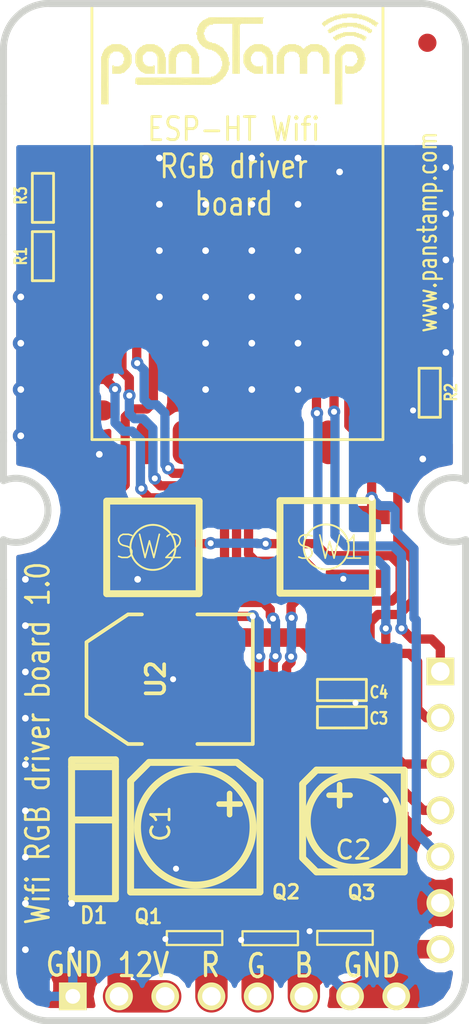
<source format=kicad_pcb>
(kicad_pcb (version 4) (host pcbnew 0.201601211448+6504~42~ubuntu14.04.1-product)
  (title_block (title "RGB driver board for ESP8266") (date 2015-12-05) (rev 1.0) (company panStamp))
  (layers (0 Front signal) (1 Ground power) (2 Power power) (31 Back signal) (34 B.Paste user) (35 F.Paste user) (36 B.SilkS user) (37 F.SilkS user) (38 B.Mask user) (39 F.Mask user) (44 Edge.Cuts user))
  (net 0 "")
  (net 1 +12V)
  (net 2 /BLUE_CH)
  (net 3 /BLUE_PWR)
  (net 4 /GREEN_PWR)
  (net 5 /RED_PWR)
  (net 6 /RESET)
  (net 7 GND)
  (net 8 VCC)
  (net 9 "Net-(C1-Pad1)")
  (net 10 /RXD)
  (net 11 /TXD)
  (net 12 /GPIO15)
  (net 13 /GPIO0)
  (net 14 /GPIO12)
  (net 15 "Net-(R1-Pad1)")
  (net 16 "Net-(U1-Pad9)")
  (net 17 "Net-(U1-Pad10)")
  (net 18 "Net-(U1-Pad11)")
  (net 19 "Net-(U1-Pad12)")
  (net 20 "Net-(U1-Pad13)")
  (net 21 "Net-(U1-Pad14)")
  (net 22 /ADC)
  (net 23 /GPIO16)
  (net 24 /GPIO2)
  (net 25 /GPIO4)
  (net 26 /GPIO5)
  (net 27 /GPIO13)
  (module myconnectors:PIN_ARRAY_7x1 (layer Front) (at 140.9192 115.5446 270)
    (fp_text reference PROG1 hide)
    (fp_text value CONN_01X07 hide)
    (pad 1 thru_hole rect (at -7.62 0 270) (size 1.524 1.524) (drill 1.016) (layers *.Cu *.Mask F.SilkS) (net 10 /RXD))
    (pad 2 thru_hole circle (at -5.08 0 270) (size 1.524 1.524) (drill 1.016) (layers *.Cu *.Mask F.SilkS) (net 11 /TXD))
    (pad 3 thru_hole circle (at -2.54 0 270) (size 1.524 1.524) (drill 1.016) (layers *.Cu *.Mask F.SilkS) (net 12 /GPIO15))
    (pad 4 thru_hole circle (at 0 0 270) (size 1.524 1.524) (drill 1.016) (layers *.Cu *.Mask F.SilkS) (net 6 /RESET))
    (pad 5 thru_hole circle (at 2.54 0 270) (size 1.524 1.524) (drill 1.016) (layers *.Cu *.Mask F.SilkS) (net 13 /GPIO0))
    (pad 6 thru_hole circle (at 5.08 0 270) (size 1.524 1.524) (drill 1.016) (layers *.Cu *.Mask F.SilkS) (net 7 GND))
    (pad 7 thru_hole circle (at 7.62 0 270) (size 1.524 1.524) (drill 1.016) (layers *.Cu *.Mask F.SilkS) (net 8 VCC))
  )
  (module SM0603S (layer Front) (at 135.509 110.4392)
    (fp_text reference C3 (at 2.032 0.0635) (layer F.SilkS) (effects (font (size 0.635 0.508) (thickness 0.127))))
    (fp_text value 1u hide)
    (pad 2 smd rect (at 0.7493 0) (size 0.7874 0.762) (layers Front F.Paste F.Mask) (net 7 GND))
    (pad 1 smd rect (at -0.7493 0) (size 0.7874 0.762) (layers Front F.Paste F.Mask) (net 8 VCC))
  )
  (module SM0603S (layer Front) (at 135.509 108.9406)
    (fp_text reference C4 (at 2.032 0.127) (layer F.SilkS) (effects (font (size 0.635 0.508) (thickness 0.127))))
    (fp_text value 100n hide)
    (pad 2 smd rect (at 0.7493 0) (size 0.7874 0.762) (layers Front F.Paste F.Mask) (net 7 GND))
    (pad 1 smd rect (at -0.7493 0) (size 0.7874 0.762) (layers Front F.Paste F.Mask) (net 8 VCC))
  )
  (module SOT223 (layer Front) (at 126.04 108.35 90)
    (fp_text reference U2 (at 0 -0.762 90) (layer F.SilkS) (effects (font (size 1.016 1.016) (thickness 0.2032))))
    (fp_text value UA78M33 hide)
    (pad 4 smd rect (at 0 -3.302 90) (size 3.6576 2.032) (layers Front F.Paste F.Mask) (net 7 GND))
    (pad 2 smd rect (at 0 3.302 90) (size 1.016 2.032) (layers Front F.Paste F.Mask) (net 7 GND))
    (pad 3 smd rect (at 2.286 3.302 90) (size 1.016 2.032) (layers Front F.Paste F.Mask) (net 8 VCC))
    (pad 1 smd rect (at -2.286 3.302 90) (size 1.016 2.032) (layers Front F.Paste F.Mask) (net 9 "Net-(C1-Pad1)"))
  )
  (module SOT23GDS (layer Front) (at 127.41 122.55)
    (fp_text reference Q1 (at -2.54 -1.18 180) (layer F.SilkS) (effects (font (size 0.762 0.762) (thickness 0.1524))))
    (fp_text value MOS_N hide)
    (pad S smd rect (at -0.889 -1.016) (size 0.9144 0.9144) (layers Front F.Paste F.Mask) (net 7 GND))
    (pad G smd rect (at 0.889 -1.016) (size 0.9144 0.9144) (layers Front F.Paste F.Mask) (net 27 /GPIO13))
    (pad D smd rect (at 0 1.016) (size 0.9144 0.9144) (layers Front F.Paste F.Mask) (net 5 /RED_PWR))
  )
  (module SOT23GDS (layer Front) (at 131.57 122.56)
    (fp_text reference Q2 (at 0.87 -2.54 180) (layer F.SilkS) (effects (font (size 0.762 0.762) (thickness 0.1524))))
    (fp_text value MOS_N hide)
    (pad S smd rect (at -0.889 -1.016) (size 0.9144 0.9144) (layers Front F.Paste F.Mask) (net 7 GND))
    (pad G smd rect (at 0.889 -1.016) (size 0.9144 0.9144) (layers Front F.Paste F.Mask) (net 14 /GPIO12))
    (pad D smd rect (at 0 1.016) (size 0.9144 0.9144) (layers Front F.Paste F.Mask) (net 4 /GREEN_PWR))
  )
  (module SOT23GDS (layer Front) (at 135.68 122.54)
    (fp_text reference Q3 (at 0.91 -2.49 180) (layer F.SilkS) (effects (font (size 0.762 0.762) (thickness 0.1524))))
    (fp_text value MOS_N hide)
    (pad S smd rect (at -0.889 -1.016) (size 0.9144 0.9144) (layers Front F.Paste F.Mask) (net 7 GND))
    (pad G smd rect (at 0.889 -1.016) (size 0.9144 0.9144) (layers Front F.Paste F.Mask) (net 2 /BLUE_CH))
    (pad D smd rect (at 0 1.016) (size 0.9144 0.9144) (layers Front F.Paste F.Mask) (net 3 /BLUE_PWR))
  )
  (module SMA (layer Front) (at 121.92 116.58 90)
    (fp_text reference D1 (at -4.7304 -0.0508 180) (layer F.SilkS) (effects (font (size 0.889 0.762) (thickness 0.1524))))
    (fp_text value DIODESCH hide)
    (pad 1 smd rect (at -1.99898 0 90) (size 2.50952 1.70942) (layers Front F.Paste F.Mask) (net 1 +12V))
    (pad 2 smd rect (at 1.99898 0 90) (size 2.50952 1.70942) (layers Front F.Paste F.Mask) (net 9 "Net-(C1-Pad1)"))
  )
  (module SMDCPOL_5 (layer Front) (at 136.144 116.1288)
    (fp_text reference C2 (at 0 1.5875) (layer F.SilkS) (effects (font (size 1.016 1.016) (thickness 0.1524))))
    (fp_text value 22u hide)
    (fp_text user + (at -0.762 -1.524) (layer F.SilkS) (effects (font (thickness 0.3048))))
    (pad 1 smd rect (at -1.778 0) (size 2.49936 1.00076) (layers Front F.Paste F.Mask) (net 8 VCC))
    (pad 2 smd rect (at 1.778 0) (size 2.49936 1.00076) (layers Front F.Paste F.Mask) (net 7 GND))
  )
  (module SMDCPOL_6.3 (layer Front) (at 127.45 116.47 270)
    (fp_text reference C1 (at -0.1905 1.905 270) (layer F.SilkS) (effects (font (size 1.016 1.016) (thickness 0.1524))))
    (fp_text value 47u hide)
    (fp_text user + (at -1.27 -1.778 270) (layer F.SilkS) (effects (font (thickness 0.3048))))
    (pad 2 smd rect (at 2.286 0 270) (size 2.79908 1.00076) (layers Front F.Paste F.Mask) (net 7 GND))
    (pad 1 smd rect (at -2.286 0 270) (size 2.79908 1.00076) (layers Front F.Paste F.Mask) (net 9 "Net-(C1-Pad1)"))
  )
  (module myconnectors:PIN_ARRAY_8X1 (layer Front) (at 129.60784 125.75002)
    (fp_text reference P3 hide)
    (fp_text value CONN_8 hide)
    (pad 1 thru_hole rect (at -8.89 0) (size 1.524 1.524) (drill 0.8128) (layers *.Cu *.Mask F.SilkS) (net 7 GND))
    (pad 2 thru_hole circle (at -6.35 0) (size 1.524 1.524) (drill 1.016) (layers *.Cu *.Mask F.SilkS) (net 1 +12V))
    (pad 3 thru_hole circle (at -3.81 0) (size 1.524 1.524) (drill 1.016) (layers *.Cu *.Mask F.SilkS) (net 1 +12V))
    (pad 4 thru_hole circle (at -1.27 0) (size 1.524 1.524) (drill 1.016) (layers *.Cu *.Mask F.SilkS) (net 5 /RED_PWR))
    (pad 5 thru_hole circle (at 1.27 0) (size 1.524 1.524) (drill 1.016) (layers *.Cu *.Mask F.SilkS) (net 4 /GREEN_PWR))
    (pad 6 thru_hole circle (at 3.81 0) (size 1.524 1.524) (drill 1.016) (layers *.Cu *.Mask F.SilkS) (net 3 /BLUE_PWR))
    (pad 7 thru_hole circle (at 6.35 0) (size 1.524 1.524) (drill 1.016) (layers *.Cu *.Mask F.SilkS) (net 7 GND))
    (pad 8 thru_hole circle (at 8.89 0) (size 1.524 1.524) (drill 1.016) (layers *.Cu *.Mask F.SilkS) (net 7 GND))
  )
  (module old_mymods:PANSTAMPLOGO (layer Front) (at 122.2756 71.5264)
    (fp_text reference G*** hide)
    (fp_text value PANSTAMPLOGO hide)
  )
  (module mymods:fiducial (layer Front) (at 118.63 125.21)
    (fp_text reference fiducial hide)
    (fp_text value VAL** hide)
    (pad 1 smd circle (at 0 0) (size 1 1) (layers Front F.Mask) (clearance 0.5))
  )
  (module mysmd:SM0603S (layer Front) (at 119.0752 85.1408 270)
    (fp_text reference R1 (at 0 1.2192 270) (layer F.SilkS) (effects (font (size 0.635 0.508) (thickness 0.127))))
    (fp_text value 10k hide)
    (pad 2 smd rect (at 0.7493 0 270) (size 0.7874 0.762) (layers Front F.Paste F.Mask) (net 8 VCC))
    (pad 1 smd rect (at -0.7493 0 270) (size 0.7874 0.762) (layers Front F.Paste F.Mask) (net 15 "Net-(R1-Pad1)"))
  )
  (module mysmd:SM0603S (layer Front) (at 140.335 92.6338 90)
    (fp_text reference R2 (at 0.0254 1.1684 90) (layer F.SilkS) (effects (font (size 0.635 0.508) (thickness 0.127))))
    (fp_text value 10k hide)
    (pad 2 smd rect (at 0.7493 0 90) (size 0.7874 0.762) (layers Front F.Paste F.Mask) (net 12 /GPIO15))
    (pad 1 smd rect (at -0.7493 0 90) (size 0.7874 0.762) (layers Front F.Paste F.Mask) (net 7 GND))
  )
  (module mysmd:SM0603S (layer Front) (at 119.0752 81.9404 270)
    (fp_text reference R3 (at -0.127 1.2192 270) (layer F.SilkS) (effects (font (size 0.635 0.508) (thickness 0.127))))
    (fp_text value 10k hide)
    (pad 2 smd rect (at 0.7493 0 270) (size 0.7874 0.762) (layers Front F.Paste F.Mask) (net 8 VCC))
    (pad 1 smd rect (at -0.7493 0 270) (size 0.7874 0.762) (layers Front F.Paste F.Mask) (net 6 /RESET))
  )
  (module mysmd:switch-tact-noah (layer Front) (at 134.6454 101.092 180)
    (fp_text reference SW1 (at -0.1905 -0.03048 180) (layer F.SilkS) (effects (font (size 1.27 1.27) (thickness 0.0889))))
    (fp_text value SW_PUSH_SMALL hide)
    (pad 1 smd rect (at -2.49936 -1.75006 180) (size 1.99898 1.00076) (layers Front F.Paste F.Mask) (net 7 GND))
    (pad 3 smd rect (at 2.49936 -1.75006 180) (size 1.99898 1.00076) (layers Front F.Paste F.Mask))
    (pad 2 smd rect (at -2.49936 1.75006 180) (size 1.99898 1.00076) (layers Front F.Paste F.Mask) (net 13 /GPIO0))
    (pad 4 smd rect (at 2.49936 1.75006 180) (size 1.99898 1.00076) (layers Front F.Paste F.Mask))
  )
  (module mysmd:switch-tact-noah (layer Front) (at 125.1204 101.1174)
    (fp_text reference SW2 (at -0.1905 -0.03048) (layer F.SilkS) (effects (font (size 1.27 1.27) (thickness 0.0889))))
    (fp_text value SW_PUSH_SMALL hide)
    (pad 1 smd rect (at -2.49936 -1.75006) (size 1.99898 1.00076) (layers Front F.Paste F.Mask) (net 6 /RESET))
    (pad 3 smd rect (at 2.49936 -1.75006) (size 1.99898 1.00076) (layers Front F.Paste F.Mask))
    (pad 2 smd rect (at -2.49936 1.75006) (size 1.99898 1.00076) (layers Front F.Paste F.Mask) (net 7 GND))
    (pad 4 smd rect (at 2.49936 1.75006) (size 1.99898 1.00076) (layers Front F.Paste F.Mask))
  )
  (module mysmd:ESP-12E (layer Front) (at 121.7676 79.6036)
    (fp_text reference U1 hide)
    (fp_text value ESP-12E hide)
    (pad 9 smd oval (at 2.99 15.75 90) (size 2.4 1.1) (layers Front F.Paste F.Mask) (net 16 "Net-(U1-Pad9)"))
    (pad 10 smd oval (at 4.99 15.75 90) (size 2.4 1.1) (layers Front F.Paste F.Mask) (net 17 "Net-(U1-Pad10)"))
    (pad 11 smd oval (at 6.99 15.75 90) (size 2.4 1.1) (layers Front F.Paste F.Mask) (net 18 "Net-(U1-Pad11)"))
    (pad 12 smd oval (at 8.99 15.75 90) (size 2.4 1.1) (layers Front F.Paste F.Mask) (net 19 "Net-(U1-Pad12)"))
    (pad 13 smd oval (at 10.99 15.75 90) (size 2.4 1.1) (layers Front F.Paste F.Mask) (net 20 "Net-(U1-Pad13)"))
    (pad 14 smd oval (at 12.99 15.75 90) (size 2.4 1.1) (layers Front F.Paste F.Mask) (net 21 "Net-(U1-Pad14)"))
    (pad 1 smd rect (at 0 0) (size 2.4 1.1) (layers Front F.Paste F.Mask) (net 6 /RESET))
    (pad 2 smd oval (at 0 2) (size 2.4 1.1) (layers Front F.Paste F.Mask) (net 22 /ADC))
    (pad 3 smd oval (at 0 4) (size 2.4 1.1) (layers Front F.Paste F.Mask) (net 15 "Net-(R1-Pad1)"))
    (pad 4 smd oval (at 0 6) (size 2.4 1.1) (layers Front F.Paste F.Mask) (net 23 /GPIO16))
    (pad 5 smd oval (at 0 8) (size 2.4 1.1) (layers Front F.Paste F.Mask) (net 2 /BLUE_CH))
    (pad 6 smd oval (at 0 10) (size 2.4 1.1) (layers Front F.Paste F.Mask) (net 14 /GPIO12))
    (pad 7 smd oval (at 0 12) (size 2.4 1.1) (layers Front F.Paste F.Mask) (net 27 /GPIO13))
    (pad 8 smd oval (at 0 14) (size 2.4 1.1) (layers Front F.Paste F.Mask) (net 8 VCC))
    (pad 15 smd oval (at 16 14) (size 2.4 1.1) (layers Front F.Paste F.Mask) (net 7 GND))
    (pad 16 smd oval (at 16 12) (size 2.4 1.1) (layers Front F.Paste F.Mask) (net 12 /GPIO15))
    (pad 17 smd oval (at 16 10) (size 2.4 1.1) (layers Front F.Paste F.Mask) (net 24 /GPIO2))
    (pad 18 smd oval (at 16 8) (size 2.4 1.1) (layers Front F.Paste F.Mask) (net 13 /GPIO0))
    (pad 19 smd oval (at 16 6) (size 2.4 1.1) (layers Front F.Paste F.Mask) (net 25 /GPIO4))
    (pad 20 smd oval (at 16 4) (size 2.4 1.1) (layers Front F.Paste F.Mask) (net 26 /GPIO5))
    (pad 21 smd oval (at 16 2) (size 2.4 1.1) (layers Front F.Paste F.Mask) (net 10 /RXD))
    (pad 22 smd oval (at 16 0) (size 2.4 1.1) (layers Front F.Paste F.Mask) (net 11 /TXD))
  )
  (module mymods:fiducial (layer Front) (at 140.208 73.4314)
    (fp_text reference fiducial hide)
    (fp_text value VAL** hide)
    (pad 1 smd circle (at 0 0) (size 1 1) (layers Front F.Mask) (clearance 0.5))
  )
  (gr_text "Wifi RGB driver board 1.0" (at 118.7958 111.8616 90) (layer F.SilkS) (effects (font (size 1.27 1.016) (thickness 0.1524))))
  (gr_text "ESP-HT Wifi\nRGB driver\nboard" (at 129.5654 80.2132) (layer F.SilkS) (effects (font (size 1.27 1.016) (thickness 0.1524))))
  (gr_text R (at 128.28 124.03) (layer F.SilkS) (effects (font (size 1.27 1.016) (thickness 0.1778))))
  (gr_text GND (at 137.16 124.05) (layer F.SilkS) (effects (font (size 1.27 1.016) (thickness 0.1778))))
  (gr_text GND (at 120.8 124.01) (layer F.SilkS) (effects (font (size 1.27 1.016) (thickness 0.1778))))
  (gr_text B (at 133.42 124.05) (layer F.SilkS) (effects (font (size 1.27 1.016) (thickness 0.1778))))
  (gr_text G (at 130.8 124.09) (layer F.SilkS) (effects (font (size 1.27 1.016) (thickness 0.1778))))
  (gr_text 12V (at 124.6 124.03) (layer F.SilkS) (effects (font (size 1.27 1.016) (thickness 0.1778))))
  (gr_line (start 142.30784 73.77654) (end 142.3053 73.77654) (angle 90) (layer Edge.Cuts) (width 0.381))
  (gr_line (start 142.30784 76.31654) (end 142.30784 73.77654) (angle 90) (layer Edge.Cuts) (width 0.381))
  (gr_line (start 116.90784 73.78924) (end 116.9053 73.78924) (angle 90) (layer Edge.Cuts) (width 0.381))
  (gr_line (start 116.90784 76.3267) (end 116.90784 73.78924) (angle 90) (layer Edge.Cuts) (width 0.381))
  (gr_arc (start 141.6322 99.05716) (end 142.31292 100.68784) (angle 225.5) (layer Edge.Cuts) (width 0.381))
  (gr_arc (start 117.59364 99.08256) (end 116.90784 97.46204) (angle 225) (layer Edge.Cuts) (width 0.381))
  (gr_line (start 116.90784 100.69038) (end 116.91038 100.69038) (angle 90) (layer Edge.Cuts) (width 0.381))
  (gr_line (start 116.90784 102.89256) (end 116.90784 100.69038) (angle 90) (layer Edge.Cuts) (width 0.381))
  (gr_line (start 116.90784 95.2243) (end 116.90784 97.46204) (angle 90) (layer Edge.Cuts) (width 0.381))
  (gr_line (start 142.30784 100.698) (end 142.3053 100.698) (angle 90) (layer Edge.Cuts) (width 0.381))
  (gr_line (start 142.30784 102.8189) (end 142.30784 100.698) (angle 90) (layer Edge.Cuts) (width 0.381))
  (gr_line (start 142.30784 97.4595) (end 142.30276 97.4595) (angle 90) (layer Edge.Cuts) (width 0.381))
  (gr_line (start 142.30784 95.34114) (end 142.30784 97.4595) (angle 90) (layer Edge.Cuts) (width 0.381))
  (gr_line (start 116.90772 103.36008) (end 116.90772 102.87008) (angle 90) (layer Edge.Cuts) (width 0.381))
  (gr_line (start 116.90772 94.79008) (end 116.90772 95.31008) (angle 90) (layer Edge.Cuts) (width 0.381))
  (gr_line (start 142.30772 94.86008) (end 142.30772 95.33008) (angle 90) (layer Edge.Cuts) (width 0.381))
  (gr_line (start 142.30772 103.39008) (end 142.30772 102.81008) (angle 90) (layer Edge.Cuts) (width 0.381))
  (gr_line (start 142.30772 83.95008) (end 142.30772 94.84008) (angle 90) (layer Edge.Cuts) (width 0.381))
  (gr_line (start 142.30772 103.80008) (end 142.30772 103.40008) (angle 90) (layer Edge.Cuts) (width 0.381))
  (gr_line (start 116.90772 83.97008) (end 116.90772 94.82008) (angle 90) (layer Edge.Cuts) (width 0.381))
  (gr_line (start 116.90772 103.85008) (end 116.90772 103.37008) (angle 90) (layer Edge.Cuts) (width 0.381))
  (gr_line (start 142.30772 124.51008) (end 142.30772 103.82008) (angle 90) (layer Edge.Cuts) (width 0.381))
  (gr_line (start 116.90772 103.88008) (end 116.90772 124.98008) (angle 90) (layer Edge.Cuts) (width 0.381))
  (gr_line (start 142.30772 76.31008) (end 142.30772 76.85008) (angle 90) (layer Edge.Cuts) (width 0.381))
  (gr_line (start 116.90772 76.31008) (end 116.90772 76.80008) (angle 90) (layer Edge.Cuts) (width 0.381))
  (gr_line (start 116.90772 124.62008) (end 116.90772 124.94008) (angle 90) (layer Edge.Cuts) (width 0.381))
  (gr_line (start 142.30772 124.94008) (end 142.29772 124.94008) (angle 90) (layer Edge.Cuts) (width 0.381))
  (gr_line (start 142.30772 124.53008) (end 142.30772 124.94008) (angle 90) (layer Edge.Cuts) (width 0.381))
  (gr_line (start 116.90772 83.95008) (end 116.90772 76.79008) (angle 90) (layer Edge.Cuts) (width 0.381))
  (gr_line (start 142.30772 83.95008) (end 142.30772 76.81008) (angle 90) (layer Edge.Cuts) (width 0.381))
  (gr_text www.panstamp.com (at 140.208 83.82 90) (layer F.SilkS) (effects (font (size 1.016 0.762) (thickness 0.127))))
  (gr_line (start 119.43772 71.28008) (end 139.79772 71.28008) (angle 90) (layer Edge.Cuts) (width 0.381))
  (gr_arc (start 139.81772 73.76538) (end 139.81772 71.27538) (angle 90) (layer Edge.Cuts) (width 0.381))
  (gr_arc (start 119.40772 73.77538) (end 116.90772 73.77538) (angle 90) (layer Edge.Cuts) (width 0.381))
  (gr_line (start 139.80772 127.09008) (end 119.39772 127.09008) (angle 90) (layer Edge.Cuts) (width 0.381))
  (gr_arc (start 139.81026 124.5929) (end 142.31026 124.5929) (angle 90) (layer Edge.Cuts) (width 0.381))
  (gr_arc (start 119.40772 124.5929) (end 119.40772 127.0929) (angle 90) (layer Edge.Cuts) (width 0.381))
  (segment (start 121.92 118.57898) (end 121.92 118.89) (width 1.27) (layer Front) (net 1))
  (segment (start 121.92 118.89) (end 123.25784 120.22784) (width 1.27) (layer Front) (net 1))
  (segment (start 123.25784 120.22784) (end 123.25784 125.75002) (width 1.27) (layer Front) (net 1))
  (segment (start 125.79784 125.75002) (end 123.25784 125.75002) (width 1.778) (layer Front) (net 1))
  (segment (start 124.2314 90.17) (end 124.2314 89.6874) (width 0.508) (layer Front) (net 2))
  (segment (start 123.698 88.138) (end 123.1636 87.6036) (width 0.508) (layer Front) (net 2))
  (segment (start 123.698 89.154) (end 123.698 88.138) (width 0.508) (layer Front) (net 2))
  (segment (start 124.2314 89.6874) (end 123.698 89.154) (width 0.508) (layer Front) (net 2))
  (segment (start 125.780802 94.5896) (end 125.780802 93.751402) (width 0.508) (layer Back) (net 2))
  (segment (start 125.3236 93.2942) (end 124.9172 93.2942) (width 0.508) (layer Back) (net 2))
  (segment (start 125.780802 93.751402) (end 125.3236 93.2942) (width 0.508) (layer Back) (net 2))
  (segment (start 132.47 109.99) (end 132.47 107.6616) (width 0.508) (layer Front) (net 2))
  (segment (start 123.1636 87.6036) (end 121.7676 87.6036) (width 0.508) (layer Front) (net 2))
  (segment (start 124.2314 90.9828) (end 124.2314 90.17) (width 0.508) (layer Front) (net 2))
  (segment (start 124.2568 91.0082) (end 124.2314 90.9828) (width 0.508) (layer Front) (net 2))
  (via (at 124.2568 91.0082) (size 0.6858) (drill 0.3302) (layers Front Back) (net 2))
  (segment (start 124.6378 91.3892) (end 124.2568 91.0082) (width 0.508) (layer Back) (net 2))
  (segment (start 124.6378 93.0148) (end 124.6378 91.3892) (width 0.508) (layer Back) (net 2))
  (segment (start 124.9172 93.2942) (end 124.6378 93.0148) (width 0.508) (layer Back) (net 2))
  (segment (start 125.780802 96.596202) (end 125.780802 94.5896) (width 0.508) (layer Back) (net 2))
  (segment (start 125.9586 96.774) (end 125.780802 96.596202) (width 0.508) (layer Back) (net 2))
  (via (at 125.9586 96.774) (size 0.6858) (drill 0.3302) (layers Front Back) (net 2))
  (segment (start 126.238 97.0534) (end 125.9586 96.774) (width 0.508) (layer Front) (net 2))
  (segment (start 129.8194 97.0534) (end 126.238 97.0534) (width 0.508) (layer Front) (net 2))
  (segment (start 130.378204 97.612204) (end 129.8194 97.0534) (width 0.508) (layer Front) (net 2))
  (segment (start 130.378204 101.4984) (end 130.378204 97.612204) (width 0.508) (layer Front) (net 2))
  (segment (start 130.759204 101.8794) (end 130.378204 101.4984) (width 0.508) (layer Front) (net 2))
  (segment (start 133.477 101.8794) (end 130.759204 101.8794) (width 0.508) (layer Front) (net 2))
  (segment (start 133.858 102.2604) (end 133.477 101.8794) (width 0.508) (layer Front) (net 2))
  (segment (start 133.858 103.632) (end 133.858 102.2604) (width 0.508) (layer Front) (net 2))
  (segment (start 133.5532 103.9368) (end 133.858 103.632) (width 0.508) (layer Front) (net 2))
  (segment (start 133.096 103.9368) (end 133.5532 103.9368) (width 0.508) (layer Front) (net 2))
  (segment (start 132.715 104.3178) (end 133.096 103.9368) (width 0.508) (layer Front) (net 2))
  (segment (start 132.715 104.9528) (end 132.715 104.3178) (width 0.508) (layer Front) (net 2))
  (segment (start 132.7404 104.9782) (end 132.715 104.9528) (width 0.508) (layer Front) (net 2))
  (via (at 132.7404 104.9782) (size 0.6858) (drill 0.3302) (layers Front Back) (net 2))
  (segment (start 132.7404 106.5784) (end 132.7404 104.9782) (width 0.508) (layer Back) (net 2))
  (segment (start 132.715 106.6038) (end 132.7404 106.5784) (width 0.508) (layer Back) (net 2))
  (segment (start 132.715 107.1118) (end 132.715 106.6038) (width 0.508) (layer Back) (net 2))
  (via (at 132.715 107.1118) (size 0.6858) (drill 0.3302) (layers Front Back) (net 2))
  (segment (start 132.715 107.4166) (end 132.715 107.1118) (width 0.508) (layer Front) (net 2))
  (segment (start 132.47 107.6616) (end 132.715 107.4166) (width 0.508) (layer Front) (net 2))
  (segment (start 136.569 121.524) (end 136.569 120.779) (width 0.508) (layer Front) (net 2))
  (segment (start 132.47 119.69) (end 132.47 109.99) (width 0.508) (layer Front) (net 2))
  (segment (start 133.07 120.29) (end 132.47 119.69) (width 0.508) (layer Front) (net 2))
  (segment (start 136.08 120.29) (end 133.07 120.29) (width 0.508) (layer Front) (net 2))
  (segment (start 136.569 120.779) (end 136.08 120.29) (width 0.508) (layer Front) (net 2))
  (segment (start 134.634 123.556) (end 135.68 123.556) (width 1.778) (layer Front) (net 3))
  (segment (start 133.41784 124.77216) (end 134.634 123.556) (width 1.778) (layer Front) (net 3))
  (segment (start 133.41784 125.75002) (end 133.41784 124.77216) (width 1.778) (layer Front) (net 3))
  (segment (start 130.87784 124.26816) (end 131.57 123.576) (width 1.778) (layer Front) (net 4))
  (segment (start 130.87784 125.75002) (end 130.87784 124.26816) (width 1.778) (layer Front) (net 4))
  (segment (start 127.41 123.566) (end 127.6 123.566) (width 1.778) (layer Front) (net 5))
  (segment (start 127.6 123.566) (end 127.61 123.556) (width 1.778) (layer Front) (net 5))
  (segment (start 127.61 123.556) (end 127.41 123.566) (width 1.778) (layer Front) (net 5))
  (segment (start 127.61 123.556) (end 127.61 123.59) (width 1.778) (layer Front) (net 5))
  (segment (start 127.61 123.59) (end 128.33784 124.31784) (width 1.778) (layer Front) (net 5))
  (segment (start 128.33784 124.31784) (end 128.33784 125.75002) (width 1.778) (layer Front) (net 5))
  (segment (start 125.1458 89.662) (end 125.1458 89.433398) (width 0.508) (layer Front) (net 6))
  (segment (start 124.46 87.122) (end 124.333 87.122) (width 0.508) (layer Front) (net 6))
  (segment (start 124.46 88.747598) (end 124.46 87.122) (width 0.508) (layer Front) (net 6))
  (segment (start 125.1458 89.433398) (end 124.46 88.747598) (width 0.508) (layer Front) (net 6))
  (segment (start 124.333 87.122) (end 124.333 80.137) (width 0.508) (layer Front) (net 6))
  (segment (start 123.7996 79.6036) (end 121.7676 79.6036) (width 0.508) (layer Front) (net 6))
  (segment (start 124.333 80.137) (end 123.7996 79.6036) (width 0.508) (layer Front) (net 6))
  (segment (start 122.7836 79.6036) (end 121.7676 79.6036) (width 0.508) (layer Front) (net 6))
  (segment (start 138.2522 104.0638) (end 136.9822 104.0638) (width 0.508) (layer Front) (net 6))
  (segment (start 136.398 107.569) (end 137.2108 108.3818) (width 0.508) (layer Front) (net 6))
  (segment (start 136.398 104.648) (end 136.398 107.569) (width 0.508) (layer Front) (net 6))
  (segment (start 136.9822 104.0638) (end 136.398 104.648) (width 0.508) (layer Front) (net 6))
  (segment (start 138.7094 103.378) (end 138.7094 103.6066) (width 0.508) (layer Front) (net 6))
  (segment (start 138.7094 103.6066) (end 138.2522 104.0638) (width 0.508) (layer Front) (net 6))
  (segment (start 138.7094 113.9698) (end 138.7094 113.7666) (width 0.508) (layer Front) (net 6))
  (segment (start 137.2108 112.6236) (end 137.2108 108.3818) (width 0.508) (layer Front) (net 6))
  (segment (start 137.8458 113.2586) (end 137.2108 112.6236) (width 0.508) (layer Front) (net 6))
  (segment (start 138.2014 113.2586) (end 137.8458 113.2586) (width 0.508) (layer Front) (net 6))
  (segment (start 138.7094 113.7666) (end 138.2014 113.2586) (width 0.508) (layer Front) (net 6))
  (segment (start 138.7094 113.9698) (end 138.7094 114.2746) (width 0.508) (layer Front) (net 6))
  (segment (start 138.7094 114.2746) (end 139.5222 115.0874) (width 0.508) (layer Front) (net 6))
  (segment (start 140.9192 115.5446) (end 139.9794 115.5446) (width 0.508) (layer Front) (net 6))
  (segment (start 139.9794 115.5446) (end 139.5222 115.0874) (width 0.508) (layer Front) (net 6))
  (segment (start 138.7094 102.9462) (end 138.7094 103.378) (width 0.508) (layer Front) (net 6))
  (segment (start 138.7094 102.9462) (end 138.7094 102.0826) (width 0.508) (layer Front) (net 6))
  (segment (start 138.7094 102.0826) (end 138.2014 101.5746) (width 0.508) (layer Front) (net 6))
  (segment (start 138.2014 101.5746) (end 134.6962 101.5746) (width 0.508) (layer Front) (net 6))
  (segment (start 134.6962 101.5746) (end 134.0358 100.9142) (width 0.508) (layer Front) (net 6))
  (segment (start 134.0358 100.9142) (end 131.318 100.9142) (width 0.508) (layer Front) (net 6))
  (via (at 131.318 100.9142) (size 0.6858) (drill 0.3302) (layers Front Back) (net 6))
  (segment (start 131.318 100.9142) (end 130.8608 100.9142) (width 0.508) (layer Back) (net 6))
  (segment (start 130.8608 100.9142) (end 130.8354 100.8888) (width 0.508) (layer Back) (net 6))
  (segment (start 130.8354 100.8888) (end 128.2954 100.8888) (width 0.508) (layer Back) (net 6))
  (via (at 128.2954 100.8888) (size 0.6858) (drill 0.3302) (layers Front Back) (net 6))
  (segment (start 128.2954 100.8888) (end 128.27 100.9142) (width 0.508) (layer Front) (net 6))
  (segment (start 128.27 100.9142) (end 123.1138 100.9142) (width 0.508) (layer Front) (net 6))
  (segment (start 123.1138 100.9142) (end 122.62104 100.42144) (width 0.508) (layer Front) (net 6))
  (segment (start 122.62104 100.42144) (end 122.62104 99.36734) (width 0.508) (layer Front) (net 6))
  (segment (start 124.0282 93.5228) (end 123.5964 93.9546) (width 0.508) (layer Front) (net 6))
  (segment (start 124.7902 93.5228) (end 124.0282 93.5228) (width 0.508) (layer Front) (net 6))
  (segment (start 125.1458 93.1672) (end 124.7902 93.5228) (width 0.508) (layer Front) (net 6))
  (segment (start 125.1458 89.662) (end 125.1458 93.1672) (width 0.508) (layer Front) (net 6))
  (segment (start 122.9868 98.298) (end 122.9868 99.00158) (width 0.508) (layer Front) (net 6))
  (segment (start 123.5964 97.6884) (end 122.9868 98.298) (width 0.508) (layer Front) (net 6))
  (segment (start 123.5964 93.9546) (end 123.5964 97.6884) (width 0.508) (layer Front) (net 6))
  (segment (start 122.9868 99.00158) (end 122.62104 99.36734) (width 0.508) (layer Front) (net 6))
  (segment (start 119.0752 81.1911) (end 119.0752 80.0354) (width 0.508) (layer Front) (net 6))
  (segment (start 119.0752 80.0354) (end 119.507 79.6036) (width 0.508) (layer Front) (net 6))
  (segment (start 119.507 79.6036) (end 121.7676 79.6036) (width 0.508) (layer Front) (net 6))
  (segment (start 117.856 94.996) (end 117.856 95.504) (width 0.508) (layer Back) (net 7))
  (via (at 117.856 94.996) (size 0.8763) (drill 0.3683) (layers Front Back) (net 7))
  (segment (start 117.856 92.456) (end 117.856 89.916) (width 0.508) (layer Back) (net 7))
  (via (at 117.856 89.916) (size 0.8763) (drill 0.3683) (layers Front Back) (net 7))
  (segment (start 125.476 87.376) (end 117.856 87.376) (width 0.508) (layer Back) (net 7))
  (via (at 125.476 87.376) (size 0.8763) (drill 0.3683) (layers Front Back) (net 7))
  (via (at 117.856 87.376) (size 0.8763) (drill 0.3683) (layers Front Back) (net 7))
  (segment (start 117.856 89.916) (end 117.856 87.376) (width 0.508) (layer Back) (net 7))
  (via (at 117.856 92.456) (size 0.8763) (drill 0.3683) (layers Front Back) (net 7))
  (segment (start 117.856 94.996) (end 117.856 92.456) (width 0.508) (layer Back) (net 7))
  (segment (start 122.174 96.012) (end 122.428 96.012) (width 0.508) (layer Front) (net 7))
  (via (at 122.174 96.012) (size 0.8763) (drill 0.3683) (layers Front Back) (net 7))
  (segment (start 118.364 96.012) (end 122.174 96.012) (width 0.508) (layer Back) (net 7))
  (segment (start 117.856 95.504) (end 118.364 96.012) (width 0.508) (layer Back) (net 7))
  (segment (start 139.4206 93.6036) (end 139.4206 95.7326) (width 0.508) (layer Back) (net 7))
  (via (at 139.954 96.266) (size 0.8763) (drill 0.3683) (layers Front Back) (net 7))
  (segment (start 139.4206 95.7326) (end 139.954 96.266) (width 0.508) (layer Back) (net 7))
  (segment (start 133.096 92.456) (end 130.556 92.456) (width 0.508) (layer Back) (net 7))
  (via (at 130.556 92.456) (size 0.8763) (drill 0.3683) (layers Front Back) (net 7))
  (segment (start 128.016 92.456) (end 128.016 89.916) (width 0.508) (layer Back) (net 7))
  (via (at 128.016 89.916) (size 0.8763) (drill 0.3683) (layers Front Back) (net 7))
  (segment (start 130.556 89.916) (end 133.096 89.916) (width 0.508) (layer Back) (net 7))
  (via (at 133.096 89.916) (size 0.8763) (drill 0.3683) (layers Front Back) (net 7))
  (segment (start 133.096 87.376) (end 130.556 87.376) (width 0.508) (layer Back) (net 7))
  (via (at 130.556 87.376) (size 0.8763) (drill 0.3683) (layers Front Back) (net 7))
  (segment (start 128.016 87.376) (end 125.476 87.376) (width 0.508) (layer Back) (net 7))
  (segment (start 125.476 84.836) (end 128.016 84.836) (width 0.508) (layer Back) (net 7))
  (via (at 128.016 84.836) (size 0.8763) (drill 0.3683) (layers Front Back) (net 7))
  (segment (start 130.556 84.836) (end 133.096 84.836) (width 0.508) (layer Back) (net 7))
  (via (at 133.096 84.836) (size 0.8763) (drill 0.3683) (layers Front Back) (net 7))
  (segment (start 133.096 82.296) (end 130.556 82.296) (width 0.508) (layer Back) (net 7))
  (via (at 130.556 82.296) (size 0.8763) (drill 0.3683) (layers Front Back) (net 7))
  (segment (start 128.016 82.296) (end 125.476 82.296) (width 0.508) (layer Back) (net 7))
  (via (at 125.476 82.296) (size 0.8763) (drill 0.3683) (layers Front Back) (net 7))
  (segment (start 125.476 79.756) (end 128.016 79.756) (width 0.508) (layer Back) (net 7))
  (via (at 128.016 79.756) (size 0.8763) (drill 0.3683) (layers Front Back) (net 7))
  (segment (start 130.556 79.756) (end 133.096 79.756) (width 0.508) (layer Back) (net 7))
  (segment (start 133.858 80.518) (end 133.096 79.756) (width 0.508) (layer Back) (net 7))
  (via (at 133.096 79.756) (size 0.8763) (drill 0.3683) (layers Front Back) (net 7))
  (segment (start 141.224 80.264) (end 135.636 80.264) (width 0.508) (layer Back) (net 7))
  (via (at 141.224 80.264) (size 0.8763) (drill 0.3683) (layers Front Back) (net 7))
  (segment (start 141.224 82.804) (end 141.224 85.344) (width 0.508) (layer Back) (net 7))
  (via (at 141.224 85.344) (size 0.8763) (drill 0.3683) (layers Front Back) (net 7))
  (segment (start 141.224 87.884) (end 141.224 90.424) (width 0.508) (layer Back) (net 7))
  (segment (start 140.5844 93.6036) (end 141.224 92.964) (width 0.508) (layer Back) (net 7))
  (segment (start 141.224 92.964) (end 141.224 90.424) (width 0.508) (layer Back) (net 7))
  (via (at 141.224 90.424) (size 0.8763) (drill 0.3683) (layers Front Back) (net 7))
  (segment (start 140.5844 93.6036) (end 139.4206 93.6036) (width 0.508) (layer Back) (net 7))
  (via (at 141.224 87.884) (size 0.8763) (drill 0.3683) (layers Front Back) (net 7))
  (segment (start 141.224 85.344) (end 141.224 87.884) (width 0.508) (layer Back) (net 7))
  (via (at 141.224 82.804) (size 0.8763) (drill 0.3683) (layers Front Back) (net 7))
  (segment (start 141.224 80.264) (end 141.224 82.804) (width 0.508) (layer Back) (net 7))
  (via (at 135.382 80.518) (size 0.8763) (drill 0.3683) (layers Front Back) (net 7))
  (segment (start 135.636 80.264) (end 135.382 80.518) (width 0.508) (layer Back) (net 7))
  (segment (start 135.382 80.518) (end 133.858 80.518) (width 0.508) (layer Back) (net 7))
  (via (at 130.556 79.756) (size 0.8763) (drill 0.3683) (layers Front Back) (net 7))
  (segment (start 128.016 79.756) (end 130.556 79.756) (width 0.508) (layer Back) (net 7))
  (via (at 125.476 79.756) (size 0.8763) (drill 0.3683) (layers Front Back) (net 7))
  (segment (start 125.476 82.296) (end 125.476 79.756) (width 0.508) (layer Back) (net 7))
  (via (at 128.016 82.296) (size 0.8763) (drill 0.3683) (layers Front Back) (net 7))
  (segment (start 130.556 82.296) (end 128.016 82.296) (width 0.508) (layer Back) (net 7))
  (via (at 133.096 82.296) (size 0.8763) (drill 0.3683) (layers Front Back) (net 7))
  (segment (start 133.096 84.836) (end 133.096 82.296) (width 0.508) (layer Back) (net 7))
  (via (at 130.556 84.836) (size 0.8763) (drill 0.3683) (layers Front Back) (net 7))
  (segment (start 128.016 84.836) (end 130.556 84.836) (width 0.508) (layer Back) (net 7))
  (via (at 125.476 84.836) (size 0.8763) (drill 0.3683) (layers Front Back) (net 7))
  (segment (start 125.476 87.376) (end 125.476 84.836) (width 0.508) (layer Back) (net 7))
  (via (at 128.016 87.376) (size 0.8763) (drill 0.3683) (layers Front Back) (net 7))
  (segment (start 130.556 87.376) (end 128.016 87.376) (width 0.508) (layer Back) (net 7))
  (via (at 133.096 87.376) (size 0.8763) (drill 0.3683) (layers Front Back) (net 7))
  (segment (start 133.096 89.916) (end 133.096 87.376) (width 0.508) (layer Back) (net 7))
  (via (at 130.556 89.916) (size 0.8763) (drill 0.3683) (layers Front Back) (net 7))
  (segment (start 128.016 89.916) (end 130.556 89.916) (width 0.508) (layer Back) (net 7))
  (via (at 128.016 92.456) (size 0.8763) (drill 0.3683) (layers Front Back) (net 7))
  (segment (start 130.556 92.456) (end 128.016 92.456) (width 0.508) (layer Back) (net 7))
  (via (at 133.096 92.456) (size 0.8763) (drill 0.3683) (layers Front Back) (net 7))
  (via (at 120.65 120.65) (size 0.8763) (drill 0.3683) (layers Front Back) (net 7))
  (segment (start 120.65 123.19) (end 118.11 123.19) (width 0.508) (layer Back) (net 7))
  (via (at 118.11 123.19) (size 0.8763) (drill 0.3683) (layers Front Back) (net 7))
  (segment (start 118.11 120.65) (end 118.11 118.11) (width 0.508) (layer Back) (net 7))
  (via (at 118.11 118.11) (size 0.8763) (drill 0.3683) (layers Front Back) (net 7))
  (segment (start 118.11 115.57) (end 118.11 113.03) (width 0.508) (layer Back) (net 7))
  (via (at 118.11 113.03) (size 0.8763) (drill 0.3683) (layers Front Back) (net 7))
  (segment (start 118.11 110.49) (end 118.11 107.95) (width 0.508) (layer Back) (net 7))
  (via (at 118.11 107.95) (size 0.8763) (drill 0.3683) (layers Front Back) (net 7))
  (segment (start 118.11 105.41) (end 118.11 102.87) (width 0.508) (layer Back) (net 7))
  (via (at 118.11 102.87) (size 0.8763) (drill 0.3683) (layers Front Back) (net 7))
  (segment (start 122.62104 102.86746) (end 124.27966 102.86746) (width 0.508) (layer Front) (net 7))
  (via (at 124.2822 102.87) (size 0.8763) (drill 0.3683) (layers Front Back) (net 7))
  (segment (start 124.27966 102.86746) (end 124.2822 102.87) (width 0.508) (layer Front) (net 7))
  (segment (start 118.11 102.87) (end 124.2822 102.87) (width 0.508) (layer Back) (net 7))
  (via (at 118.11 105.41) (size 0.8763) (drill 0.3683) (layers Front Back) (net 7))
  (segment (start 118.11 107.95) (end 118.11 105.41) (width 0.508) (layer Back) (net 7))
  (via (at 118.11 110.49) (size 0.8763) (drill 0.3683) (layers Front Back) (net 7))
  (segment (start 118.11 113.03) (end 118.11 110.49) (width 0.508) (layer Back) (net 7))
  (via (at 118.11 115.57) (size 0.8763) (drill 0.3683) (layers Front Back) (net 7))
  (segment (start 118.11 118.11) (end 118.11 115.57) (width 0.508) (layer Back) (net 7))
  (via (at 118.11 120.65) (size 0.8763) (drill 0.3683) (layers Front Back) (net 7))
  (segment (start 118.11 123.19) (end 118.11 120.65) (width 0.508) (layer Back) (net 7))
  (via (at 120.65 123.19) (size 0.8763) (drill 0.3683) (layers Front Back) (net 7))
  (segment (start 120.65 123.19) (end 120.65 120.65) (width 0.508) (layer Back) (net 7))
  (segment (start 127.45 118.756) (end 126.4014 118.756) (width 0.762) (layer Front) (net 7))
  (via (at 126.3904 118.745) (size 0.6858) (drill 0.3302) (layers Front Back) (net 7))
  (segment (start 126.4014 118.756) (end 126.3904 118.745) (width 0.762) (layer Front) (net 7))
  (segment (start 134.791 121.524) (end 134.381 121.524) (width 0.762) (layer Front) (net 7))
  (segment (start 134.381 121.524) (end 133.731 122.174) (width 0.762) (layer Front) (net 7))
  (via (at 133.731 122.174) (size 0.6858) (drill 0.3302) (layers Front Back) (net 7))
  (segment (start 130.681 121.544) (end 130.681 121.9474) (width 0.762) (layer Front) (net 7))
  (segment (start 130.681 121.9474) (end 129.9718 122.6566) (width 0.762) (layer Front) (net 7))
  (via (at 129.9718 122.6566) (size 0.6858) (drill 0.3302) (layers Front Back) (net 7))
  (segment (start 126.521 121.534) (end 126.521 121.891) (width 0.762) (layer Front) (net 7))
  (segment (start 126.521 121.891) (end 125.8062 122.6058) (width 0.762) (layer Front) (net 7))
  (via (at 125.8062 122.6058) (size 0.6858) (drill 0.3302) (layers Front Back) (net 7))
  (via (at 136.2583 109.6518) (size 0.6858) (drill 0.3302) (layers Front Back) (net 7))
  (segment (start 136.2583 109.6518) (end 136.271 109.6518) (width 0.762) (layer Back) (net 7))
  (segment (start 136.2583 108.9406) (end 136.2583 109.6518) (width 0.762) (layer Front) (net 7))
  (segment (start 136.2583 109.6518) (end 136.2583 110.4392) (width 0.762) (layer Front) (net 7))
  (segment (start 137.922 116.1288) (end 137.922 114.9858) (width 0.762) (layer Front) (net 7))
  (via (at 137.922 114.9858) (size 0.6858) (drill 0.3302) (layers Front Back) (net 7))
  (via (at 139.4206 93.6036) (size 0.6858) (drill 0.3302) (layers Front Back) (net 7))
  (segment (start 139.4206 93.6036) (end 139.4206 93.6244) (width 0.508) (layer Back) (net 7))
  (segment (start 137.7676 93.6036) (end 139.4206 93.6036) (width 0.508) (layer Front) (net 7))
  (segment (start 139.4206 93.6036) (end 140.1145 93.6036) (width 0.508) (layer Front) (net 7))
  (segment (start 140.1145 93.6036) (end 140.335 93.3831) (width 0.508) (layer Front) (net 7))
  (segment (start 137.14476 102.84206) (end 135.58774 102.84206) (width 0.508) (layer Front) (net 7))
  (via (at 135.5852 102.8446) (size 0.6858) (drill 0.3302) (layers Front Back) (net 7))
  (segment (start 135.58774 102.84206) (end 135.5852 102.8446) (width 0.508) (layer Front) (net 7))
  (via (at 126.23 108.35) (size 0.6858) (drill 0.3302) (layers Front Back) (net 7))
  (segment (start 129.342 108.35) (end 126.23 108.35) (width 1.27) (layer Front) (net 7))
  (segment (start 126.23 108.35) (end 122.738 108.35) (width 1.27) (layer Front) (net 7))
  (segment (start 134.366 111.9124) (end 134.366 110.8329) (width 0.762) (layer Front) (net 8))
  (segment (start 134.366 110.8329) (end 134.7597 110.4392) (width 0.762) (layer Front) (net 8))
  (segment (start 134.366 108.077) (end 134.366 108.5469) (width 0.762) (layer Front) (net 8))
  (segment (start 134.366 108.5469) (end 134.7597 108.9406) (width 0.762) (layer Front) (net 8))
  (segment (start 119.0752 82.6897) (end 118.7323 82.6897) (width 0.508) (layer Front) (net 8))
  (segment (start 118.7323 82.6897) (end 118.2624 83.1596) (width 0.508) (layer Front) (net 8))
  (segment (start 118.2624 83.1596) (end 118.2624 85.09) (width 0.508) (layer Front) (net 8))
  (segment (start 118.2624 85.09) (end 119.0625 85.8901) (width 0.508) (layer Front) (net 8))
  (segment (start 119.0625 85.8901) (end 119.0752 85.8901) (width 0.508) (layer Front) (net 8))
  (segment (start 129.342 106.064) (end 127.1968 106.064) (width 1.016) (layer Front) (net 8))
  (segment (start 120.6754 94.6958) (end 121.7676 93.6036) (width 1.016) (layer Front) (net 8))
  (segment (start 120.6754 104.2416) (end 120.6754 94.6958) (width 1.016) (layer Front) (net 8))
  (segment (start 121.4374 105.0036) (end 120.6754 104.2416) (width 1.016) (layer Front) (net 8))
  (segment (start 126.1364 105.0036) (end 121.4374 105.0036) (width 1.016) (layer Front) (net 8))
  (segment (start 127.1968 106.064) (end 126.1364 105.0036) (width 1.016) (layer Front) (net 8))
  (segment (start 134.7597 110.4392) (end 134.4422 110.4392) (width 0.762) (layer Front) (net 8))
  (segment (start 134.7597 108.9406) (end 134.3914 108.9406) (width 0.762) (layer Front) (net 8))
  (segment (start 119.0752 85.8901) (end 119.0752 92.9132) (width 0.508) (layer Front) (net 8))
  (segment (start 119.0752 92.9132) (end 119.7656 93.6036) (width 0.508) (layer Front) (net 8))
  (segment (start 119.7656 93.6036) (end 121.7676 93.6036) (width 0.508) (layer Front) (net 8))
  (segment (start 134.7597 110.4392) (end 134.4422 110.4392) (width 1.016) (layer Front) (net 8))
  (segment (start 134.4422 110.4392) (end 134.366 110.363) (width 1.016) (layer Front) (net 8))
  (segment (start 134.366 110.363) (end 134.7597 110.4392) (width 1.016) (layer Front) (net 8))
  (segment (start 134.7597 108.9406) (end 134.3914 108.9406) (width 1.016) (layer Front) (net 8))
  (segment (start 134.3914 108.9406) (end 134.366 108.966) (width 1.016) (layer Front) (net 8))
  (segment (start 134.366 108.966) (end 134.7597 108.9406) (width 1.016) (layer Front) (net 8))
  (segment (start 129.342 106.064) (end 133.3944 106.064) (width 1.016) (layer Front) (net 8))
  (segment (start 134.366 107.0356) (end 134.366 108.077) (width 1.016) (layer Front) (net 8))
  (segment (start 134.366 108.077) (end 134.366 111.9124) (width 1.016) (layer Front) (net 8))
  (segment (start 134.366 111.9124) (end 134.366 116.1288) (width 1.016) (layer Front) (net 8))
  (segment (start 133.3944 106.064) (end 134.366 107.0356) (width 1.016) (layer Front) (net 8))
  (segment (start 140.9192 123.1646) (end 138.8872 123.1646) (width 1.016) (layer Front) (net 8))
  (segment (start 138.8872 123.1646) (end 138.3538 122.6312) (width 1.016) (layer Front) (net 8))
  (segment (start 138.3538 122.6312) (end 138.3538 119.1514) (width 1.016) (layer Front) (net 8))
  (segment (start 138.3538 119.1514) (end 137.5918 118.3894) (width 1.016) (layer Front) (net 8))
  (segment (start 137.5918 118.3894) (end 135.001 118.3894) (width 1.016) (layer Front) (net 8))
  (segment (start 135.001 118.3894) (end 134.366 117.7544) (width 1.016) (layer Front) (net 8))
  (segment (start 134.366 117.7544) (end 134.366 116.1288) (width 1.016) (layer Front) (net 8))
  (segment (start 127.45 114.184) (end 122.31702 114.184) (width 1.27) (layer Front) (net 9))
  (segment (start 122.31702 114.184) (end 121.92 114.58102) (width 1.27) (layer Front) (net 9))
  (segment (start 127.45 114.184) (end 127.45 111.31) (width 1.27) (layer Front) (net 9))
  (segment (start 128.124 110.636) (end 129.342 110.636) (width 1.27) (layer Front) (net 9))
  (segment (start 127.45 111.31) (end 128.124 110.636) (width 1.27) (layer Front) (net 9))
  (segment (start 138.7856 104.648) (end 138.7856 105.5624) (width 0.508) (layer Back) (net 10))
  (segment (start 140.9192 106.6292) (end 140.9192 107.9246) (width 0.508) (layer Front) (net 10))
  (segment (start 140.4366 106.1466) (end 140.9192 106.6292) (width 0.508) (layer Front) (net 10))
  (segment (start 139.3698 106.1466) (end 140.4366 106.1466) (width 0.508) (layer Front) (net 10))
  (segment (start 138.7856 105.5624) (end 139.3698 106.1466) (width 0.508) (layer Front) (net 10))
  (via (at 138.7856 105.5624) (size 0.6858) (drill 0.3302) (layers Front Back) (net 10))
  (segment (start 137.7676 81.6036) (end 135.541 81.6036) (width 0.508) (layer Front) (net 10))
  (segment (start 138.7856 101.4984) (end 138.7856 104.648) (width 0.508) (layer Back) (net 10))
  (segment (start 138.3284 101.0412) (end 138.7856 101.4984) (width 0.508) (layer Back) (net 10))
  (segment (start 135.7122 101.0412) (end 138.3284 101.0412) (width 0.508) (layer Back) (net 10))
  (segment (start 135.128 100.457) (end 135.7122 101.0412) (width 0.508) (layer Back) (net 10))
  (segment (start 135.128 93.726) (end 135.128 100.457) (width 0.508) (layer Back) (net 10))
  (segment (start 135.0772 93.6752) (end 135.128 93.726) (width 0.508) (layer Back) (net 10))
  (via (at 135.0772 93.6752) (size 0.6858) (drill 0.3302) (layers Front Back) (net 10))
  (segment (start 135.0772 82.0674) (end 135.0772 93.6752) (width 0.508) (layer Front) (net 10))
  (segment (start 135.541 81.6036) (end 135.0772 82.0674) (width 0.508) (layer Front) (net 10))
  (via (at 137.922 105.5624) (size 0.6858) (drill 0.3302) (layers Front Back) (net 11))
  (segment (start 140.1572 110.4646) (end 139.6746 109.982) (width 0.508) (layer Front) (net 11))
  (segment (start 139.6746 107.3912) (end 139.6746 109.982) (width 0.508) (layer Front) (net 11))
  (segment (start 139.2174 106.934) (end 139.6746 107.3912) (width 0.508) (layer Front) (net 11))
  (segment (start 138.2014 106.934) (end 139.2174 106.934) (width 0.508) (layer Front) (net 11))
  (segment (start 137.922 106.6546) (end 138.2014 106.934) (width 0.508) (layer Front) (net 11))
  (segment (start 137.922 106.6546) (end 137.922 105.5624) (width 0.508) (layer Front) (net 11))
  (segment (start 140.1572 110.4646) (end 140.9192 110.4646) (width 0.508) (layer Front) (net 11))
  (segment (start 137.922 105.5624) (end 137.922 102.285802) (width 0.508) (layer Back) (net 11))
  (segment (start 134.8232 79.6036) (end 134.112 80.3148) (width 0.508) (layer Front) (net 11))
  (segment (start 134.112 80.3148) (end 134.112 93.726) (width 0.508) (layer Front) (net 11))
  (segment (start 134.112 93.726) (end 134.1374 93.7514) (width 0.508) (layer Front) (net 11))
  (via (at 134.1374 93.7514) (size 0.6858) (drill 0.3302) (layers Front Back) (net 11))
  (segment (start 134.1374 93.7514) (end 134.1374 93.9038) (width 0.508) (layer Back) (net 11))
  (segment (start 134.1374 93.9038) (end 134.1882 93.9546) (width 0.508) (layer Back) (net 11))
  (segment (start 134.1882 93.9546) (end 134.1882 101.2698) (width 0.508) (layer Back) (net 11))
  (segment (start 134.1882 101.2698) (end 134.747 101.8286) (width 0.508) (layer Back) (net 11))
  (segment (start 134.747 101.8286) (end 137.464798 101.8286) (width 0.508) (layer Back) (net 11))
  (segment (start 137.7676 79.6036) (end 134.8232 79.6036) (width 0.508) (layer Front) (net 11))
  (segment (start 137.922 102.285802) (end 137.464798 101.8286) (width 0.508) (layer Back) (net 11))
  (segment (start 138.6586 104.8004) (end 137.490202 104.8004) (width 0.508) (layer Front) (net 12))
  (segment (start 137.058402 107.264202) (end 137.871202 108.077002) (width 0.508) (layer Front) (net 12))
  (segment (start 137.058402 105.2322) (end 137.058402 107.264202) (width 0.508) (layer Front) (net 12))
  (segment (start 137.490202 104.8004) (end 137.058402 105.2322) (width 0.508) (layer Front) (net 12))
  (segment (start 139.4206 102.87) (end 139.4206 104.0384) (width 0.508) (layer Front) (net 12))
  (segment (start 138.88135 113.0046) (end 140.9192 113.0046) (width 0.508) (layer Front) (net 12))
  (segment (start 137.871202 111.994452) (end 138.88135 113.0046) (width 0.508) (layer Front) (net 12))
  (segment (start 137.871202 108.077002) (end 137.871202 111.994452) (width 0.508) (layer Front) (net 12))
  (segment (start 139.4206 104.0384) (end 138.6586 104.8004) (width 0.508) (layer Front) (net 12))
  (segment (start 140.335 91.8845) (end 140.3477 91.8845) (width 0.508) (layer Front) (net 12))
  (segment (start 140.3477 91.8845) (end 141.1478 92.6846) (width 0.508) (layer Front) (net 12))
  (segment (start 139.4206 101.8032) (end 139.4206 102.87) (width 0.508) (layer Front) (net 12))
  (segment (start 138.5824 100.965) (end 139.4206 101.8032) (width 0.508) (layer Front) (net 12))
  (segment (start 138.5824 95.5548) (end 138.5824 100.965) (width 0.508) (layer Front) (net 12))
  (segment (start 139.1666 94.9706) (end 138.5824 95.5548) (width 0.508) (layer Front) (net 12))
  (segment (start 140.716 94.9706) (end 139.1666 94.9706) (width 0.508) (layer Front) (net 12))
  (segment (start 141.1478 94.5388) (end 140.716 94.9706) (width 0.508) (layer Front) (net 12))
  (segment (start 141.1478 92.6846) (end 141.1478 94.5388) (width 0.508) (layer Front) (net 12))
  (segment (start 137.7676 91.6036) (end 140.0541 91.6036) (width 0.508) (layer Front) (net 12))
  (segment (start 140.0541 91.6036) (end 140.335 91.8845) (width 0.508) (layer Front) (net 12))
  (via (at 137.14476 98.3996) (size 0.6858) (drill 0.3302) (layers Front Back) (net 13))
  (segment (start 140.9192 118.0846) (end 139.5984 116.7638) (width 0.508) (layer Back) (net 13))
  (segment (start 139.5984 105.1052) (end 139.5984 116.7638) (width 0.508) (layer Back) (net 13))
  (segment (start 139.4714 104.9782) (end 139.5984 105.1052) (width 0.508) (layer Back) (net 13))
  (segment (start 139.4714 101.1936) (end 139.4714 104.9782) (width 0.508) (layer Back) (net 13))
  (segment (start 138.43 100.1522) (end 139.4714 101.1936) (width 0.508) (layer Back) (net 13))
  (segment (start 138.43 99.0854) (end 138.43 100.1522) (width 0.508) (layer Back) (net 13))
  (segment (start 138.176 98.8314) (end 138.43 99.0854) (width 0.508) (layer Back) (net 13))
  (segment (start 137.57656 98.8314) (end 138.176 98.8314) (width 0.508) (layer Back) (net 13))
  (segment (start 137.57656 98.8314) (end 137.14476 98.3996) (width 0.508) (layer Back) (net 13))
  (segment (start 137.14476 99.34194) (end 137.14476 98.3996) (width 0.508) (layer Front) (net 13))
  (segment (start 137.14476 98.3996) (end 137.14476 95.69196) (width 0.508) (layer Front) (net 13))
  (segment (start 136.4244 87.6036) (end 137.7676 87.6036) (width 0.508) (layer Front) (net 13))
  (segment (start 135.89 88.138) (end 136.4244 87.6036) (width 0.508) (layer Front) (net 13))
  (segment (start 135.89 94.4372) (end 135.89 88.138) (width 0.508) (layer Front) (net 13))
  (segment (start 137.14476 95.69196) (end 135.89 94.4372) (width 0.508) (layer Front) (net 13))
  (segment (start 125.222 97.3328) (end 125.222 97.434398) (width 0.508) (layer Front) (net 14))
  (segment (start 129.209798 97.739198) (end 129.717802 98.247202) (width 0.508) (layer Front) (net 14))
  (segment (start 125.5268 97.739198) (end 129.209798 97.739198) (width 0.508) (layer Front) (net 14))
  (segment (start 125.222 97.434398) (end 125.5268 97.739198) (width 0.508) (layer Front) (net 14))
  (segment (start 131.86 107.09) (end 131.86 105.1646) (width 0.508) (layer Back) (net 14))
  (via (at 131.86 107.09) (size 0.6858) (drill 0.3302) (layers Front Back) (net 14))
  (segment (start 131.86 107.23) (end 131.86 107.09) (width 0.508) (layer Front) (net 14))
  (segment (start 131.74 107.35) (end 131.86 107.23) (width 0.508) (layer Front) (net 14))
  (segment (start 131.74 120.09) (end 131.74 107.35) (width 0.508) (layer Front) (net 14))
  (segment (start 132.459 120.809) (end 131.74 120.09) (width 0.508) (layer Front) (net 14))
  (segment (start 132.459 121.544) (end 132.459 120.809) (width 0.508) (layer Front) (net 14))
  (segment (start 123.0046 89.6036) (end 121.7676 89.6036) (width 0.508) (layer Front) (net 14))
  (segment (start 123.4186 90.0176) (end 123.0046 89.6036) (width 0.508) (layer Front) (net 14))
  (segment (start 123.4186 91.44) (end 123.4186 90.0176) (width 0.508) (layer Front) (net 14))
  (segment (start 123.825 91.8464) (end 123.4186 91.44) (width 0.508) (layer Front) (net 14))
  (segment (start 123.825 92.2782) (end 123.825 91.8464) (width 0.508) (layer Front) (net 14))
  (segment (start 123.825 92.7862) (end 123.825 92.2782) (width 0.508) (layer Front) (net 14))
  (via (at 123.825 92.7862) (size 0.6858) (drill 0.3302) (layers Front Back) (net 14))
  (segment (start 123.825 93.7768) (end 123.825 92.7862) (width 0.508) (layer Back) (net 14))
  (segment (start 124.1044 94.0562) (end 123.825 93.7768) (width 0.508) (layer Back) (net 14))
  (segment (start 124.587 94.0562) (end 124.1044 94.0562) (width 0.508) (layer Back) (net 14))
  (segment (start 125.1204 94.5896) (end 124.587 94.0562) (width 0.508) (layer Back) (net 14))
  (segment (start 125.1204 97.2312) (end 125.1204 94.5896) (width 0.508) (layer Back) (net 14))
  (segment (start 125.222 97.3328) (end 125.1204 97.2312) (width 0.508) (layer Back) (net 14))
  (via (at 125.222 97.3328) (size 0.6858) (drill 0.3302) (layers Front Back) (net 14))
  (segment (start 129.717802 103.886) (end 129.717802 98.247202) (width 0.508) (layer Front) (net 14))
  (segment (start 129.971802 104.14) (end 129.717802 103.886) (width 0.508) (layer Front) (net 14))
  (segment (start 131.191 104.14) (end 129.971802 104.14) (width 0.508) (layer Front) (net 14))
  (segment (start 131.572 104.521) (end 131.191 104.14) (width 0.508) (layer Front) (net 14))
  (segment (start 131.572 104.8766) (end 131.572 104.521) (width 0.508) (layer Front) (net 14))
  (segment (start 131.7244 105.029) (end 131.572 104.8766) (width 0.508) (layer Front) (net 14))
  (via (at 131.7244 105.029) (size 0.6858) (drill 0.3302) (layers Front Back) (net 14))
  (segment (start 131.86 105.1646) (end 131.7244 105.029) (width 0.508) (layer Back) (net 14))
  (segment (start 119.0752 84.3915) (end 119.0752 84.074) (width 0.508) (layer Front) (net 15))
  (segment (start 119.0752 84.074) (end 119.5456 83.6036) (width 0.508) (layer Front) (net 15))
  (segment (start 119.5456 83.6036) (end 121.7676 83.6036) (width 0.508) (layer Front) (net 15))
  (segment (start 124.4854 97.8916) (end 124.4854 97.9678) (width 0.508) (layer Front) (net 27))
  (segment (start 128.905 98.3996) (end 129.0574 98.552) (width 0.508) (layer Front) (net 27))
  (segment (start 124.9172 98.3996) (end 128.905 98.3996) (width 0.508) (layer Front) (net 27))
  (segment (start 124.4854 97.9678) (end 124.9172 98.3996) (width 0.508) (layer Front) (net 27))
  (segment (start 130.6068 104.902) (end 129.5146 104.902) (width 0.508) (layer Front) (net 27))
  (segment (start 129.0574 104.4448) (end 129.0574 98.552) (width 0.508) (layer Front) (net 27))
  (segment (start 129.5146 104.902) (end 129.0574 104.4448) (width 0.508) (layer Front) (net 27))
  (segment (start 124.4346 96.7486) (end 124.4346 95.1992) (width 0.508) (layer Back) (net 27))
  (segment (start 130.96 105.2552) (end 130.6068 104.902) (width 0.508) (layer Back) (net 27))
  (via (at 130.6068 104.902) (size 0.6858) (drill 0.3302) (layers Front Back) (net 27))
  (via (at 124.4854 97.8916) (size 0.6858) (drill 0.3302) (layers Front Back) (net 27))
  (segment (start 124.4854 97.8916) (end 124.4346 97.8408) (width 0.508) (layer Back) (net 27))
  (segment (start 124.4346 97.8408) (end 124.4346 96.7486) (width 0.508) (layer Back) (net 27))
  (segment (start 130.96 107.1) (end 130.96 105.2552) (width 0.508) (layer Back) (net 27))
  (segment (start 123.0376 92.4306) (end 122.2106 91.6036) (width 0.508) (layer Front) (net 27))
  (via (at 123.0376 92.4306) (size 0.6858) (drill 0.3302) (layers Front Back) (net 27))
  (segment (start 123.0376 94.2848) (end 123.0376 92.4306) (width 0.508) (layer Back) (net 27))
  (segment (start 123.4948 94.742) (end 123.0376 94.2848) (width 0.508) (layer Back) (net 27))
  (segment (start 123.9774 94.742) (end 123.4948 94.742) (width 0.508) (layer Back) (net 27))
  (segment (start 124.4346 95.1992) (end 123.9774 94.742) (width 0.508) (layer Back) (net 27))
  (segment (start 122.2106 91.6036) (end 121.7676 91.6036) (width 0.508) (layer Front) (net 27))
  (via (at 130.96 107.1) (size 0.6858) (drill 0.3302) (layers Front Back) (net 27))
  (segment (start 128.299 121.534) (end 128.966 121.534) (width 0.508) (layer Front) (net 27))
  (segment (start 130.96 107.1) (end 130.94 107.08) (width 0.508) (layer Back) (net 27))
  (segment (start 130.96 112.17) (end 130.96 107.1) (width 0.508) (layer Front) (net 27))
  (segment (start 130.52 112.61) (end 130.96 112.17) (width 0.508) (layer Front) (net 27))
  (segment (start 129.79 112.61) (end 130.52 112.61) (width 0.508) (layer Front) (net 27))
  (segment (start 129.39 113.01) (end 129.79 112.61) (width 0.508) (layer Front) (net 27))
  (segment (start 129.39 121.11) (end 129.39 113.01) (width 0.508) (layer Front) (net 27))
  (segment (start 128.966 121.534) (end 129.39 121.11) (width 0.508) (layer Front) (net 27))
  (zone (net 7) (net_name GND) (layer Back) (connect_pads (clearance 0.508)) (min_thickness 0.254) (fill yes (arc_segments 16) (thermal_gap 0.508) (thermal_bridge_width 0.508))
    (polygon (pts (xy 142.3162 127.0762) (xy 116.8908 127.0762) (xy 116.8908 79.0448) (xy 142.3162 79.0448) (xy 142.3162 127.0762)))
  )
  (zone (net 7) (net_name GND) (layer Front) (connect_pads yes (clearance 0.508)) (min_thickness 0.254) (fill yes (arc_segments 16) (thermal_gap 0.508) (thermal_bridge_width 0.508))
    (polygon (pts (xy 142.2908 127.0762) (xy 116.9162 127.0762) (xy 116.9162 79.0448) (xy 142.2908 79.0448) (xy 142.2908 127.0762)))
  )
)
</source>
